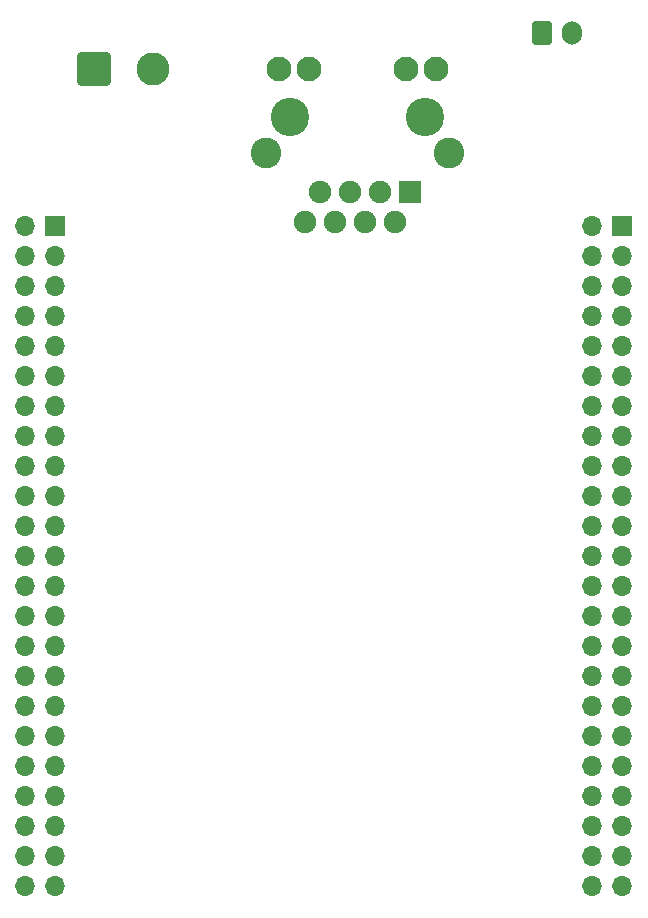
<source format=gbr>
%TF.GenerationSoftware,KiCad,Pcbnew,8.0.8*%
%TF.CreationDate,2025-03-18T13:34:47+03:00*%
%TF.ProjectId,s0-base-board,73302d62-6173-4652-9d62-6f6172642e6b,rev?*%
%TF.SameCoordinates,Original*%
%TF.FileFunction,Soldermask,Bot*%
%TF.FilePolarity,Negative*%
%FSLAX46Y46*%
G04 Gerber Fmt 4.6, Leading zero omitted, Abs format (unit mm)*
G04 Created by KiCad (PCBNEW 8.0.8) date 2025-03-18 13:34:47*
%MOMM*%
%LPD*%
G01*
G04 APERTURE LIST*
G04 Aperture macros list*
%AMRoundRect*
0 Rectangle with rounded corners*
0 $1 Rounding radius*
0 $2 $3 $4 $5 $6 $7 $8 $9 X,Y pos of 4 corners*
0 Add a 4 corners polygon primitive as box body*
4,1,4,$2,$3,$4,$5,$6,$7,$8,$9,$2,$3,0*
0 Add four circle primitives for the rounded corners*
1,1,$1+$1,$2,$3*
1,1,$1+$1,$4,$5*
1,1,$1+$1,$6,$7*
1,1,$1+$1,$8,$9*
0 Add four rect primitives between the rounded corners*
20,1,$1+$1,$2,$3,$4,$5,0*
20,1,$1+$1,$4,$5,$6,$7,0*
20,1,$1+$1,$6,$7,$8,$9,0*
20,1,$1+$1,$8,$9,$2,$3,0*%
G04 Aperture macros list end*
%ADD10R,1.700000X1.700000*%
%ADD11O,1.700000X1.700000*%
%ADD12RoundRect,0.250000X-0.600000X-0.750000X0.600000X-0.750000X0.600000X0.750000X-0.600000X0.750000X0*%
%ADD13O,1.700000X2.000000*%
%ADD14C,3.250000*%
%ADD15R,1.900000X1.900000*%
%ADD16C,1.900000*%
%ADD17C,2.100000*%
%ADD18C,2.600000*%
%ADD19RoundRect,0.250001X-1.149999X-1.149999X1.149999X-1.149999X1.149999X1.149999X-1.149999X1.149999X0*%
%ADD20C,2.800000*%
G04 APERTURE END LIST*
D10*
%TO.C,J5*%
X210800000Y-62560000D03*
D11*
X208260000Y-62560000D03*
X210800000Y-65100000D03*
X208260000Y-65100000D03*
X210800000Y-67640000D03*
X208260000Y-67640000D03*
X210800000Y-70180000D03*
X208260000Y-70180000D03*
X210800000Y-72720000D03*
X208260000Y-72720000D03*
X210800000Y-75260000D03*
X208260000Y-75260000D03*
X210800000Y-77800000D03*
X208260000Y-77800000D03*
X210800000Y-80340000D03*
X208260000Y-80340000D03*
X210800000Y-82880000D03*
X208260000Y-82880000D03*
X210800000Y-85420000D03*
X208260000Y-85420000D03*
X210800000Y-87960000D03*
X208260000Y-87960000D03*
X210800000Y-90500000D03*
X208260000Y-90500000D03*
X210800000Y-93040000D03*
X208260000Y-93040000D03*
X210800000Y-95580000D03*
X208260000Y-95580000D03*
X210800000Y-98120000D03*
X208260000Y-98120000D03*
X210800000Y-100660000D03*
X208260000Y-100660000D03*
X210800000Y-103200000D03*
X208260000Y-103200000D03*
X210800000Y-105740000D03*
X208260000Y-105740000D03*
X210800000Y-108280000D03*
X208260000Y-108280000D03*
X210800000Y-110820000D03*
X208260000Y-110820000D03*
X210800000Y-113360000D03*
X208260000Y-113360000D03*
X210800000Y-115900000D03*
X208260000Y-115900000D03*
X210800000Y-118440000D03*
X208260000Y-118440000D03*
%TD*%
D12*
%TO.C,J3*%
X204000000Y-46300000D03*
D13*
X206500000Y-46300000D03*
%TD*%
D10*
%TO.C,J6*%
X162800000Y-62610000D03*
D11*
X160260000Y-62610000D03*
X162800000Y-65150000D03*
X160260000Y-65150000D03*
X162800000Y-67690000D03*
X160260000Y-67690000D03*
X162800000Y-70230000D03*
X160260000Y-70230000D03*
X162800000Y-72770000D03*
X160260000Y-72770000D03*
X162800000Y-75310000D03*
X160260000Y-75310000D03*
X162800000Y-77850000D03*
X160260000Y-77850000D03*
X162800000Y-80390000D03*
X160260000Y-80390000D03*
X162800000Y-82930000D03*
X160260000Y-82930000D03*
X162800000Y-85470000D03*
X160260000Y-85470000D03*
X162800000Y-88010000D03*
X160260000Y-88010000D03*
X162800000Y-90550000D03*
X160260000Y-90550000D03*
X162800000Y-93090000D03*
X160260000Y-93090000D03*
X162800000Y-95630000D03*
X160260000Y-95630000D03*
X162800000Y-98170000D03*
X160260000Y-98170000D03*
X162800000Y-100710000D03*
X160260000Y-100710000D03*
X162800000Y-103250000D03*
X160260000Y-103250000D03*
X162800000Y-105790000D03*
X160260000Y-105790000D03*
X162800000Y-108330000D03*
X160260000Y-108330000D03*
X162800000Y-110870000D03*
X160260000Y-110870000D03*
X162800000Y-113410000D03*
X160260000Y-113410000D03*
X162800000Y-115950000D03*
X160260000Y-115950000D03*
X162800000Y-118490000D03*
X160260000Y-118490000D03*
%TD*%
D14*
%TO.C,J4*%
X194090000Y-53360000D03*
X182660000Y-53360000D03*
D15*
X192820000Y-59710000D03*
D16*
X191550000Y-62250000D03*
X190280000Y-59710000D03*
X189010000Y-62250000D03*
X187740000Y-59710000D03*
X186470000Y-62250000D03*
X185200000Y-59710000D03*
X183930000Y-62250000D03*
D17*
X195000000Y-49300000D03*
X192460000Y-49300000D03*
X184290000Y-49300000D03*
X181750000Y-49300000D03*
D18*
X196120000Y-56410000D03*
X180630000Y-56410000D03*
%TD*%
D19*
%TO.C,J2*%
X166050000Y-49300000D03*
D20*
X171050000Y-49300000D03*
%TD*%
M02*

</source>
